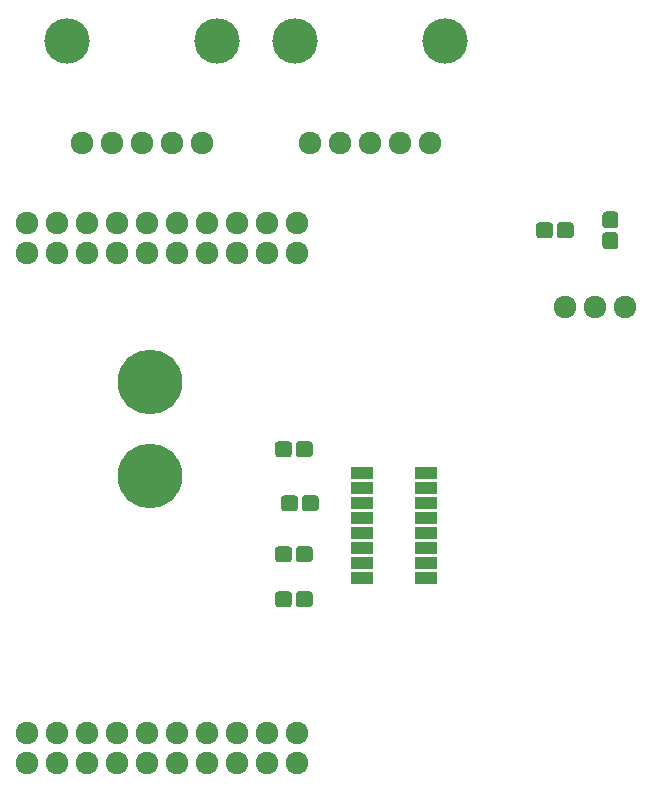
<source format=gbr>
G04 #@! TF.GenerationSoftware,KiCad,Pcbnew,(5.0.0)*
G04 #@! TF.CreationDate,2018-10-03T21:45:57-05:00*
G04 #@! TF.ProjectId,DriveBoard_Hardware,4472697665426F6172645F4861726477,rev?*
G04 #@! TF.SameCoordinates,Original*
G04 #@! TF.FileFunction,Soldermask,Top*
G04 #@! TF.FilePolarity,Negative*
%FSLAX46Y46*%
G04 Gerber Fmt 4.6, Leading zero omitted, Abs format (unit mm)*
G04 Created by KiCad (PCBNEW (5.0.0)) date 10/03/18 21:45:57*
%MOMM*%
%LPD*%
G01*
G04 APERTURE LIST*
%ADD10C,0.100000*%
%ADD11C,1.350000*%
%ADD12C,5.480000*%
%ADD13C,1.924000*%
%ADD14C,3.850000*%
%ADD15C,1.920000*%
%ADD16R,1.900000X1.000000*%
G04 APERTURE END LIST*
D10*
G04 #@! TO.C,C1*
G36*
X96065581Y-90766625D02*
X96098343Y-90771485D01*
X96130471Y-90779533D01*
X96161656Y-90790691D01*
X96191596Y-90804852D01*
X96220005Y-90821879D01*
X96246608Y-90841609D01*
X96271149Y-90863851D01*
X96293391Y-90888392D01*
X96313121Y-90914995D01*
X96330148Y-90943404D01*
X96344309Y-90973344D01*
X96355467Y-91004529D01*
X96363515Y-91036657D01*
X96368375Y-91069419D01*
X96370000Y-91102500D01*
X96370000Y-91777500D01*
X96368375Y-91810581D01*
X96363515Y-91843343D01*
X96355467Y-91875471D01*
X96344309Y-91906656D01*
X96330148Y-91936596D01*
X96313121Y-91965005D01*
X96293391Y-91991608D01*
X96271149Y-92016149D01*
X96246608Y-92038391D01*
X96220005Y-92058121D01*
X96191596Y-92075148D01*
X96161656Y-92089309D01*
X96130471Y-92100467D01*
X96098343Y-92108515D01*
X96065581Y-92113375D01*
X96032500Y-92115000D01*
X95257500Y-92115000D01*
X95224419Y-92113375D01*
X95191657Y-92108515D01*
X95159529Y-92100467D01*
X95128344Y-92089309D01*
X95098404Y-92075148D01*
X95069995Y-92058121D01*
X95043392Y-92038391D01*
X95018851Y-92016149D01*
X94996609Y-91991608D01*
X94976879Y-91965005D01*
X94959852Y-91936596D01*
X94945691Y-91906656D01*
X94934533Y-91875471D01*
X94926485Y-91843343D01*
X94921625Y-91810581D01*
X94920000Y-91777500D01*
X94920000Y-91102500D01*
X94921625Y-91069419D01*
X94926485Y-91036657D01*
X94934533Y-91004529D01*
X94945691Y-90973344D01*
X94959852Y-90943404D01*
X94976879Y-90914995D01*
X94996609Y-90888392D01*
X95018851Y-90863851D01*
X95043392Y-90841609D01*
X95069995Y-90821879D01*
X95098404Y-90804852D01*
X95128344Y-90790691D01*
X95159529Y-90779533D01*
X95191657Y-90771485D01*
X95224419Y-90766625D01*
X95257500Y-90765000D01*
X96032500Y-90765000D01*
X96065581Y-90766625D01*
X96065581Y-90766625D01*
G37*
D11*
X95645000Y-91440000D03*
D10*
G36*
X97815581Y-90766625D02*
X97848343Y-90771485D01*
X97880471Y-90779533D01*
X97911656Y-90790691D01*
X97941596Y-90804852D01*
X97970005Y-90821879D01*
X97996608Y-90841609D01*
X98021149Y-90863851D01*
X98043391Y-90888392D01*
X98063121Y-90914995D01*
X98080148Y-90943404D01*
X98094309Y-90973344D01*
X98105467Y-91004529D01*
X98113515Y-91036657D01*
X98118375Y-91069419D01*
X98120000Y-91102500D01*
X98120000Y-91777500D01*
X98118375Y-91810581D01*
X98113515Y-91843343D01*
X98105467Y-91875471D01*
X98094309Y-91906656D01*
X98080148Y-91936596D01*
X98063121Y-91965005D01*
X98043391Y-91991608D01*
X98021149Y-92016149D01*
X97996608Y-92038391D01*
X97970005Y-92058121D01*
X97941596Y-92075148D01*
X97911656Y-92089309D01*
X97880471Y-92100467D01*
X97848343Y-92108515D01*
X97815581Y-92113375D01*
X97782500Y-92115000D01*
X97007500Y-92115000D01*
X96974419Y-92113375D01*
X96941657Y-92108515D01*
X96909529Y-92100467D01*
X96878344Y-92089309D01*
X96848404Y-92075148D01*
X96819995Y-92058121D01*
X96793392Y-92038391D01*
X96768851Y-92016149D01*
X96746609Y-91991608D01*
X96726879Y-91965005D01*
X96709852Y-91936596D01*
X96695691Y-91906656D01*
X96684533Y-91875471D01*
X96676485Y-91843343D01*
X96671625Y-91810581D01*
X96670000Y-91777500D01*
X96670000Y-91102500D01*
X96671625Y-91069419D01*
X96676485Y-91036657D01*
X96684533Y-91004529D01*
X96695691Y-90973344D01*
X96709852Y-90943404D01*
X96726879Y-90914995D01*
X96746609Y-90888392D01*
X96768851Y-90863851D01*
X96793392Y-90841609D01*
X96819995Y-90821879D01*
X96848404Y-90804852D01*
X96878344Y-90790691D01*
X96909529Y-90779533D01*
X96941657Y-90771485D01*
X96974419Y-90766625D01*
X97007500Y-90765000D01*
X97782500Y-90765000D01*
X97815581Y-90766625D01*
X97815581Y-90766625D01*
G37*
D11*
X97395000Y-91440000D03*
G04 #@! TD*
D10*
G04 #@! TO.C,C2*
G36*
X97815581Y-103466625D02*
X97848343Y-103471485D01*
X97880471Y-103479533D01*
X97911656Y-103490691D01*
X97941596Y-103504852D01*
X97970005Y-103521879D01*
X97996608Y-103541609D01*
X98021149Y-103563851D01*
X98043391Y-103588392D01*
X98063121Y-103614995D01*
X98080148Y-103643404D01*
X98094309Y-103673344D01*
X98105467Y-103704529D01*
X98113515Y-103736657D01*
X98118375Y-103769419D01*
X98120000Y-103802500D01*
X98120000Y-104477500D01*
X98118375Y-104510581D01*
X98113515Y-104543343D01*
X98105467Y-104575471D01*
X98094309Y-104606656D01*
X98080148Y-104636596D01*
X98063121Y-104665005D01*
X98043391Y-104691608D01*
X98021149Y-104716149D01*
X97996608Y-104738391D01*
X97970005Y-104758121D01*
X97941596Y-104775148D01*
X97911656Y-104789309D01*
X97880471Y-104800467D01*
X97848343Y-104808515D01*
X97815581Y-104813375D01*
X97782500Y-104815000D01*
X97007500Y-104815000D01*
X96974419Y-104813375D01*
X96941657Y-104808515D01*
X96909529Y-104800467D01*
X96878344Y-104789309D01*
X96848404Y-104775148D01*
X96819995Y-104758121D01*
X96793392Y-104738391D01*
X96768851Y-104716149D01*
X96746609Y-104691608D01*
X96726879Y-104665005D01*
X96709852Y-104636596D01*
X96695691Y-104606656D01*
X96684533Y-104575471D01*
X96676485Y-104543343D01*
X96671625Y-104510581D01*
X96670000Y-104477500D01*
X96670000Y-103802500D01*
X96671625Y-103769419D01*
X96676485Y-103736657D01*
X96684533Y-103704529D01*
X96695691Y-103673344D01*
X96709852Y-103643404D01*
X96726879Y-103614995D01*
X96746609Y-103588392D01*
X96768851Y-103563851D01*
X96793392Y-103541609D01*
X96819995Y-103521879D01*
X96848404Y-103504852D01*
X96878344Y-103490691D01*
X96909529Y-103479533D01*
X96941657Y-103471485D01*
X96974419Y-103466625D01*
X97007500Y-103465000D01*
X97782500Y-103465000D01*
X97815581Y-103466625D01*
X97815581Y-103466625D01*
G37*
D11*
X97395000Y-104140000D03*
D10*
G36*
X96065581Y-103466625D02*
X96098343Y-103471485D01*
X96130471Y-103479533D01*
X96161656Y-103490691D01*
X96191596Y-103504852D01*
X96220005Y-103521879D01*
X96246608Y-103541609D01*
X96271149Y-103563851D01*
X96293391Y-103588392D01*
X96313121Y-103614995D01*
X96330148Y-103643404D01*
X96344309Y-103673344D01*
X96355467Y-103704529D01*
X96363515Y-103736657D01*
X96368375Y-103769419D01*
X96370000Y-103802500D01*
X96370000Y-104477500D01*
X96368375Y-104510581D01*
X96363515Y-104543343D01*
X96355467Y-104575471D01*
X96344309Y-104606656D01*
X96330148Y-104636596D01*
X96313121Y-104665005D01*
X96293391Y-104691608D01*
X96271149Y-104716149D01*
X96246608Y-104738391D01*
X96220005Y-104758121D01*
X96191596Y-104775148D01*
X96161656Y-104789309D01*
X96130471Y-104800467D01*
X96098343Y-104808515D01*
X96065581Y-104813375D01*
X96032500Y-104815000D01*
X95257500Y-104815000D01*
X95224419Y-104813375D01*
X95191657Y-104808515D01*
X95159529Y-104800467D01*
X95128344Y-104789309D01*
X95098404Y-104775148D01*
X95069995Y-104758121D01*
X95043392Y-104738391D01*
X95018851Y-104716149D01*
X94996609Y-104691608D01*
X94976879Y-104665005D01*
X94959852Y-104636596D01*
X94945691Y-104606656D01*
X94934533Y-104575471D01*
X94926485Y-104543343D01*
X94921625Y-104510581D01*
X94920000Y-104477500D01*
X94920000Y-103802500D01*
X94921625Y-103769419D01*
X94926485Y-103736657D01*
X94934533Y-103704529D01*
X94945691Y-103673344D01*
X94959852Y-103643404D01*
X94976879Y-103614995D01*
X94996609Y-103588392D01*
X95018851Y-103563851D01*
X95043392Y-103541609D01*
X95069995Y-103521879D01*
X95098404Y-103504852D01*
X95128344Y-103490691D01*
X95159529Y-103479533D01*
X95191657Y-103471485D01*
X95224419Y-103466625D01*
X95257500Y-103465000D01*
X96032500Y-103465000D01*
X96065581Y-103466625D01*
X96065581Y-103466625D01*
G37*
D11*
X95645000Y-104140000D03*
G04 #@! TD*
D10*
G04 #@! TO.C,C3*
G36*
X118163581Y-72224625D02*
X118196343Y-72229485D01*
X118228471Y-72237533D01*
X118259656Y-72248691D01*
X118289596Y-72262852D01*
X118318005Y-72279879D01*
X118344608Y-72299609D01*
X118369149Y-72321851D01*
X118391391Y-72346392D01*
X118411121Y-72372995D01*
X118428148Y-72401404D01*
X118442309Y-72431344D01*
X118453467Y-72462529D01*
X118461515Y-72494657D01*
X118466375Y-72527419D01*
X118468000Y-72560500D01*
X118468000Y-73235500D01*
X118466375Y-73268581D01*
X118461515Y-73301343D01*
X118453467Y-73333471D01*
X118442309Y-73364656D01*
X118428148Y-73394596D01*
X118411121Y-73423005D01*
X118391391Y-73449608D01*
X118369149Y-73474149D01*
X118344608Y-73496391D01*
X118318005Y-73516121D01*
X118289596Y-73533148D01*
X118259656Y-73547309D01*
X118228471Y-73558467D01*
X118196343Y-73566515D01*
X118163581Y-73571375D01*
X118130500Y-73573000D01*
X117355500Y-73573000D01*
X117322419Y-73571375D01*
X117289657Y-73566515D01*
X117257529Y-73558467D01*
X117226344Y-73547309D01*
X117196404Y-73533148D01*
X117167995Y-73516121D01*
X117141392Y-73496391D01*
X117116851Y-73474149D01*
X117094609Y-73449608D01*
X117074879Y-73423005D01*
X117057852Y-73394596D01*
X117043691Y-73364656D01*
X117032533Y-73333471D01*
X117024485Y-73301343D01*
X117019625Y-73268581D01*
X117018000Y-73235500D01*
X117018000Y-72560500D01*
X117019625Y-72527419D01*
X117024485Y-72494657D01*
X117032533Y-72462529D01*
X117043691Y-72431344D01*
X117057852Y-72401404D01*
X117074879Y-72372995D01*
X117094609Y-72346392D01*
X117116851Y-72321851D01*
X117141392Y-72299609D01*
X117167995Y-72279879D01*
X117196404Y-72262852D01*
X117226344Y-72248691D01*
X117257529Y-72237533D01*
X117289657Y-72229485D01*
X117322419Y-72224625D01*
X117355500Y-72223000D01*
X118130500Y-72223000D01*
X118163581Y-72224625D01*
X118163581Y-72224625D01*
G37*
D11*
X117743000Y-72898000D03*
D10*
G36*
X119913581Y-72224625D02*
X119946343Y-72229485D01*
X119978471Y-72237533D01*
X120009656Y-72248691D01*
X120039596Y-72262852D01*
X120068005Y-72279879D01*
X120094608Y-72299609D01*
X120119149Y-72321851D01*
X120141391Y-72346392D01*
X120161121Y-72372995D01*
X120178148Y-72401404D01*
X120192309Y-72431344D01*
X120203467Y-72462529D01*
X120211515Y-72494657D01*
X120216375Y-72527419D01*
X120218000Y-72560500D01*
X120218000Y-73235500D01*
X120216375Y-73268581D01*
X120211515Y-73301343D01*
X120203467Y-73333471D01*
X120192309Y-73364656D01*
X120178148Y-73394596D01*
X120161121Y-73423005D01*
X120141391Y-73449608D01*
X120119149Y-73474149D01*
X120094608Y-73496391D01*
X120068005Y-73516121D01*
X120039596Y-73533148D01*
X120009656Y-73547309D01*
X119978471Y-73558467D01*
X119946343Y-73566515D01*
X119913581Y-73571375D01*
X119880500Y-73573000D01*
X119105500Y-73573000D01*
X119072419Y-73571375D01*
X119039657Y-73566515D01*
X119007529Y-73558467D01*
X118976344Y-73547309D01*
X118946404Y-73533148D01*
X118917995Y-73516121D01*
X118891392Y-73496391D01*
X118866851Y-73474149D01*
X118844609Y-73449608D01*
X118824879Y-73423005D01*
X118807852Y-73394596D01*
X118793691Y-73364656D01*
X118782533Y-73333471D01*
X118774485Y-73301343D01*
X118769625Y-73268581D01*
X118768000Y-73235500D01*
X118768000Y-72560500D01*
X118769625Y-72527419D01*
X118774485Y-72494657D01*
X118782533Y-72462529D01*
X118793691Y-72431344D01*
X118807852Y-72401404D01*
X118824879Y-72372995D01*
X118844609Y-72346392D01*
X118866851Y-72321851D01*
X118891392Y-72299609D01*
X118917995Y-72279879D01*
X118946404Y-72262852D01*
X118976344Y-72248691D01*
X119007529Y-72237533D01*
X119039657Y-72229485D01*
X119072419Y-72224625D01*
X119105500Y-72223000D01*
X119880500Y-72223000D01*
X119913581Y-72224625D01*
X119913581Y-72224625D01*
G37*
D11*
X119493000Y-72898000D03*
G04 #@! TD*
D10*
G04 #@! TO.C,C4*
G36*
X96573581Y-95338625D02*
X96606343Y-95343485D01*
X96638471Y-95351533D01*
X96669656Y-95362691D01*
X96699596Y-95376852D01*
X96728005Y-95393879D01*
X96754608Y-95413609D01*
X96779149Y-95435851D01*
X96801391Y-95460392D01*
X96821121Y-95486995D01*
X96838148Y-95515404D01*
X96852309Y-95545344D01*
X96863467Y-95576529D01*
X96871515Y-95608657D01*
X96876375Y-95641419D01*
X96878000Y-95674500D01*
X96878000Y-96349500D01*
X96876375Y-96382581D01*
X96871515Y-96415343D01*
X96863467Y-96447471D01*
X96852309Y-96478656D01*
X96838148Y-96508596D01*
X96821121Y-96537005D01*
X96801391Y-96563608D01*
X96779149Y-96588149D01*
X96754608Y-96610391D01*
X96728005Y-96630121D01*
X96699596Y-96647148D01*
X96669656Y-96661309D01*
X96638471Y-96672467D01*
X96606343Y-96680515D01*
X96573581Y-96685375D01*
X96540500Y-96687000D01*
X95765500Y-96687000D01*
X95732419Y-96685375D01*
X95699657Y-96680515D01*
X95667529Y-96672467D01*
X95636344Y-96661309D01*
X95606404Y-96647148D01*
X95577995Y-96630121D01*
X95551392Y-96610391D01*
X95526851Y-96588149D01*
X95504609Y-96563608D01*
X95484879Y-96537005D01*
X95467852Y-96508596D01*
X95453691Y-96478656D01*
X95442533Y-96447471D01*
X95434485Y-96415343D01*
X95429625Y-96382581D01*
X95428000Y-96349500D01*
X95428000Y-95674500D01*
X95429625Y-95641419D01*
X95434485Y-95608657D01*
X95442533Y-95576529D01*
X95453691Y-95545344D01*
X95467852Y-95515404D01*
X95484879Y-95486995D01*
X95504609Y-95460392D01*
X95526851Y-95435851D01*
X95551392Y-95413609D01*
X95577995Y-95393879D01*
X95606404Y-95376852D01*
X95636344Y-95362691D01*
X95667529Y-95351533D01*
X95699657Y-95343485D01*
X95732419Y-95338625D01*
X95765500Y-95337000D01*
X96540500Y-95337000D01*
X96573581Y-95338625D01*
X96573581Y-95338625D01*
G37*
D11*
X96153000Y-96012000D03*
D10*
G36*
X98323581Y-95338625D02*
X98356343Y-95343485D01*
X98388471Y-95351533D01*
X98419656Y-95362691D01*
X98449596Y-95376852D01*
X98478005Y-95393879D01*
X98504608Y-95413609D01*
X98529149Y-95435851D01*
X98551391Y-95460392D01*
X98571121Y-95486995D01*
X98588148Y-95515404D01*
X98602309Y-95545344D01*
X98613467Y-95576529D01*
X98621515Y-95608657D01*
X98626375Y-95641419D01*
X98628000Y-95674500D01*
X98628000Y-96349500D01*
X98626375Y-96382581D01*
X98621515Y-96415343D01*
X98613467Y-96447471D01*
X98602309Y-96478656D01*
X98588148Y-96508596D01*
X98571121Y-96537005D01*
X98551391Y-96563608D01*
X98529149Y-96588149D01*
X98504608Y-96610391D01*
X98478005Y-96630121D01*
X98449596Y-96647148D01*
X98419656Y-96661309D01*
X98388471Y-96672467D01*
X98356343Y-96680515D01*
X98323581Y-96685375D01*
X98290500Y-96687000D01*
X97515500Y-96687000D01*
X97482419Y-96685375D01*
X97449657Y-96680515D01*
X97417529Y-96672467D01*
X97386344Y-96661309D01*
X97356404Y-96647148D01*
X97327995Y-96630121D01*
X97301392Y-96610391D01*
X97276851Y-96588149D01*
X97254609Y-96563608D01*
X97234879Y-96537005D01*
X97217852Y-96508596D01*
X97203691Y-96478656D01*
X97192533Y-96447471D01*
X97184485Y-96415343D01*
X97179625Y-96382581D01*
X97178000Y-96349500D01*
X97178000Y-95674500D01*
X97179625Y-95641419D01*
X97184485Y-95608657D01*
X97192533Y-95576529D01*
X97203691Y-95545344D01*
X97217852Y-95515404D01*
X97234879Y-95486995D01*
X97254609Y-95460392D01*
X97276851Y-95435851D01*
X97301392Y-95413609D01*
X97327995Y-95393879D01*
X97356404Y-95376852D01*
X97386344Y-95362691D01*
X97417529Y-95351533D01*
X97449657Y-95343485D01*
X97482419Y-95338625D01*
X97515500Y-95337000D01*
X98290500Y-95337000D01*
X98323581Y-95338625D01*
X98323581Y-95338625D01*
G37*
D11*
X97903000Y-96012000D03*
G04 #@! TD*
D10*
G04 #@! TO.C,C5*
G36*
X97815581Y-99656625D02*
X97848343Y-99661485D01*
X97880471Y-99669533D01*
X97911656Y-99680691D01*
X97941596Y-99694852D01*
X97970005Y-99711879D01*
X97996608Y-99731609D01*
X98021149Y-99753851D01*
X98043391Y-99778392D01*
X98063121Y-99804995D01*
X98080148Y-99833404D01*
X98094309Y-99863344D01*
X98105467Y-99894529D01*
X98113515Y-99926657D01*
X98118375Y-99959419D01*
X98120000Y-99992500D01*
X98120000Y-100667500D01*
X98118375Y-100700581D01*
X98113515Y-100733343D01*
X98105467Y-100765471D01*
X98094309Y-100796656D01*
X98080148Y-100826596D01*
X98063121Y-100855005D01*
X98043391Y-100881608D01*
X98021149Y-100906149D01*
X97996608Y-100928391D01*
X97970005Y-100948121D01*
X97941596Y-100965148D01*
X97911656Y-100979309D01*
X97880471Y-100990467D01*
X97848343Y-100998515D01*
X97815581Y-101003375D01*
X97782500Y-101005000D01*
X97007500Y-101005000D01*
X96974419Y-101003375D01*
X96941657Y-100998515D01*
X96909529Y-100990467D01*
X96878344Y-100979309D01*
X96848404Y-100965148D01*
X96819995Y-100948121D01*
X96793392Y-100928391D01*
X96768851Y-100906149D01*
X96746609Y-100881608D01*
X96726879Y-100855005D01*
X96709852Y-100826596D01*
X96695691Y-100796656D01*
X96684533Y-100765471D01*
X96676485Y-100733343D01*
X96671625Y-100700581D01*
X96670000Y-100667500D01*
X96670000Y-99992500D01*
X96671625Y-99959419D01*
X96676485Y-99926657D01*
X96684533Y-99894529D01*
X96695691Y-99863344D01*
X96709852Y-99833404D01*
X96726879Y-99804995D01*
X96746609Y-99778392D01*
X96768851Y-99753851D01*
X96793392Y-99731609D01*
X96819995Y-99711879D01*
X96848404Y-99694852D01*
X96878344Y-99680691D01*
X96909529Y-99669533D01*
X96941657Y-99661485D01*
X96974419Y-99656625D01*
X97007500Y-99655000D01*
X97782500Y-99655000D01*
X97815581Y-99656625D01*
X97815581Y-99656625D01*
G37*
D11*
X97395000Y-100330000D03*
D10*
G36*
X96065581Y-99656625D02*
X96098343Y-99661485D01*
X96130471Y-99669533D01*
X96161656Y-99680691D01*
X96191596Y-99694852D01*
X96220005Y-99711879D01*
X96246608Y-99731609D01*
X96271149Y-99753851D01*
X96293391Y-99778392D01*
X96313121Y-99804995D01*
X96330148Y-99833404D01*
X96344309Y-99863344D01*
X96355467Y-99894529D01*
X96363515Y-99926657D01*
X96368375Y-99959419D01*
X96370000Y-99992500D01*
X96370000Y-100667500D01*
X96368375Y-100700581D01*
X96363515Y-100733343D01*
X96355467Y-100765471D01*
X96344309Y-100796656D01*
X96330148Y-100826596D01*
X96313121Y-100855005D01*
X96293391Y-100881608D01*
X96271149Y-100906149D01*
X96246608Y-100928391D01*
X96220005Y-100948121D01*
X96191596Y-100965148D01*
X96161656Y-100979309D01*
X96130471Y-100990467D01*
X96098343Y-100998515D01*
X96065581Y-101003375D01*
X96032500Y-101005000D01*
X95257500Y-101005000D01*
X95224419Y-101003375D01*
X95191657Y-100998515D01*
X95159529Y-100990467D01*
X95128344Y-100979309D01*
X95098404Y-100965148D01*
X95069995Y-100948121D01*
X95043392Y-100928391D01*
X95018851Y-100906149D01*
X94996609Y-100881608D01*
X94976879Y-100855005D01*
X94959852Y-100826596D01*
X94945691Y-100796656D01*
X94934533Y-100765471D01*
X94926485Y-100733343D01*
X94921625Y-100700581D01*
X94920000Y-100667500D01*
X94920000Y-99992500D01*
X94921625Y-99959419D01*
X94926485Y-99926657D01*
X94934533Y-99894529D01*
X94945691Y-99863344D01*
X94959852Y-99833404D01*
X94976879Y-99804995D01*
X94996609Y-99778392D01*
X95018851Y-99753851D01*
X95043392Y-99731609D01*
X95069995Y-99711879D01*
X95098404Y-99694852D01*
X95128344Y-99680691D01*
X95159529Y-99669533D01*
X95191657Y-99661485D01*
X95224419Y-99656625D01*
X95257500Y-99655000D01*
X96032500Y-99655000D01*
X96065581Y-99656625D01*
X96065581Y-99656625D01*
G37*
D11*
X95645000Y-100330000D03*
G04 #@! TD*
D10*
G04 #@! TO.C,C6*
G36*
X123687581Y-71299625D02*
X123720343Y-71304485D01*
X123752471Y-71312533D01*
X123783656Y-71323691D01*
X123813596Y-71337852D01*
X123842005Y-71354879D01*
X123868608Y-71374609D01*
X123893149Y-71396851D01*
X123915391Y-71421392D01*
X123935121Y-71447995D01*
X123952148Y-71476404D01*
X123966309Y-71506344D01*
X123977467Y-71537529D01*
X123985515Y-71569657D01*
X123990375Y-71602419D01*
X123992000Y-71635500D01*
X123992000Y-72410500D01*
X123990375Y-72443581D01*
X123985515Y-72476343D01*
X123977467Y-72508471D01*
X123966309Y-72539656D01*
X123952148Y-72569596D01*
X123935121Y-72598005D01*
X123915391Y-72624608D01*
X123893149Y-72649149D01*
X123868608Y-72671391D01*
X123842005Y-72691121D01*
X123813596Y-72708148D01*
X123783656Y-72722309D01*
X123752471Y-72733467D01*
X123720343Y-72741515D01*
X123687581Y-72746375D01*
X123654500Y-72748000D01*
X122979500Y-72748000D01*
X122946419Y-72746375D01*
X122913657Y-72741515D01*
X122881529Y-72733467D01*
X122850344Y-72722309D01*
X122820404Y-72708148D01*
X122791995Y-72691121D01*
X122765392Y-72671391D01*
X122740851Y-72649149D01*
X122718609Y-72624608D01*
X122698879Y-72598005D01*
X122681852Y-72569596D01*
X122667691Y-72539656D01*
X122656533Y-72508471D01*
X122648485Y-72476343D01*
X122643625Y-72443581D01*
X122642000Y-72410500D01*
X122642000Y-71635500D01*
X122643625Y-71602419D01*
X122648485Y-71569657D01*
X122656533Y-71537529D01*
X122667691Y-71506344D01*
X122681852Y-71476404D01*
X122698879Y-71447995D01*
X122718609Y-71421392D01*
X122740851Y-71396851D01*
X122765392Y-71374609D01*
X122791995Y-71354879D01*
X122820404Y-71337852D01*
X122850344Y-71323691D01*
X122881529Y-71312533D01*
X122913657Y-71304485D01*
X122946419Y-71299625D01*
X122979500Y-71298000D01*
X123654500Y-71298000D01*
X123687581Y-71299625D01*
X123687581Y-71299625D01*
G37*
D11*
X123317000Y-72023000D03*
D10*
G36*
X123687581Y-73049625D02*
X123720343Y-73054485D01*
X123752471Y-73062533D01*
X123783656Y-73073691D01*
X123813596Y-73087852D01*
X123842005Y-73104879D01*
X123868608Y-73124609D01*
X123893149Y-73146851D01*
X123915391Y-73171392D01*
X123935121Y-73197995D01*
X123952148Y-73226404D01*
X123966309Y-73256344D01*
X123977467Y-73287529D01*
X123985515Y-73319657D01*
X123990375Y-73352419D01*
X123992000Y-73385500D01*
X123992000Y-74160500D01*
X123990375Y-74193581D01*
X123985515Y-74226343D01*
X123977467Y-74258471D01*
X123966309Y-74289656D01*
X123952148Y-74319596D01*
X123935121Y-74348005D01*
X123915391Y-74374608D01*
X123893149Y-74399149D01*
X123868608Y-74421391D01*
X123842005Y-74441121D01*
X123813596Y-74458148D01*
X123783656Y-74472309D01*
X123752471Y-74483467D01*
X123720343Y-74491515D01*
X123687581Y-74496375D01*
X123654500Y-74498000D01*
X122979500Y-74498000D01*
X122946419Y-74496375D01*
X122913657Y-74491515D01*
X122881529Y-74483467D01*
X122850344Y-74472309D01*
X122820404Y-74458148D01*
X122791995Y-74441121D01*
X122765392Y-74421391D01*
X122740851Y-74399149D01*
X122718609Y-74374608D01*
X122698879Y-74348005D01*
X122681852Y-74319596D01*
X122667691Y-74289656D01*
X122656533Y-74258471D01*
X122648485Y-74226343D01*
X122643625Y-74193581D01*
X122642000Y-74160500D01*
X122642000Y-73385500D01*
X122643625Y-73352419D01*
X122648485Y-73319657D01*
X122656533Y-73287529D01*
X122667691Y-73256344D01*
X122681852Y-73226404D01*
X122698879Y-73197995D01*
X122718609Y-73171392D01*
X122740851Y-73146851D01*
X122765392Y-73124609D01*
X122791995Y-73104879D01*
X122820404Y-73087852D01*
X122850344Y-73073691D01*
X122881529Y-73062533D01*
X122913657Y-73054485D01*
X122946419Y-73049625D01*
X122979500Y-73048000D01*
X123654500Y-73048000D01*
X123687581Y-73049625D01*
X123687581Y-73049625D01*
G37*
D11*
X123317000Y-73773000D03*
G04 #@! TD*
D12*
G04 #@! TO.C,Conn1*
X84353400Y-93727000D03*
X84353400Y-85726000D03*
G04 #@! TD*
D13*
G04 #@! TO.C,Conn2*
X78613000Y-65532000D03*
X81153000Y-65532000D03*
X83693000Y-65532000D03*
X86233000Y-65532000D03*
X88773000Y-65532000D03*
D14*
X77343000Y-56896000D03*
X90043000Y-56896000D03*
G04 #@! TD*
G04 #@! TO.C,Conn3*
X109347000Y-56896000D03*
X96647000Y-56896000D03*
D13*
X108077000Y-65532000D03*
X105537000Y-65532000D03*
X102997000Y-65532000D03*
X100457000Y-65532000D03*
X97917000Y-65532000D03*
G04 #@! TD*
D15*
G04 #@! TO.C,U1*
X73914000Y-117983000D03*
X96774000Y-72263000D03*
X94234000Y-72263000D03*
X86614000Y-72263000D03*
X84074000Y-115443000D03*
X89154000Y-72263000D03*
X91694000Y-72263000D03*
X89154000Y-117983000D03*
X94234000Y-115443000D03*
X84074000Y-72263000D03*
X81534000Y-72263000D03*
X94234000Y-117983000D03*
X89154000Y-115443000D03*
X86614000Y-115443000D03*
X73914000Y-115443000D03*
X76454000Y-115443000D03*
X78994000Y-115443000D03*
X81534000Y-115443000D03*
X91694000Y-115443000D03*
X96774000Y-115443000D03*
X76454000Y-117983000D03*
X78994000Y-117983000D03*
X81534000Y-117983000D03*
X84074000Y-117983000D03*
X86614000Y-117983000D03*
X91694000Y-117983000D03*
X96774000Y-117983000D03*
X73914000Y-74803000D03*
X76454000Y-74803000D03*
X78994000Y-74803000D03*
X81534000Y-74803000D03*
X84074000Y-74803000D03*
X86614000Y-74803000D03*
X89154000Y-74803000D03*
X91694000Y-74803000D03*
X94234000Y-74803000D03*
X96774000Y-74803000D03*
X73914000Y-72263000D03*
X76454000Y-72263000D03*
X78994000Y-72263000D03*
G04 #@! TD*
D16*
G04 #@! TO.C,U2*
X102329000Y-93472000D03*
X102329000Y-94742000D03*
X102329000Y-96012000D03*
X102329000Y-97282000D03*
X102329000Y-98552000D03*
X102329000Y-99822000D03*
X102329000Y-101092000D03*
X102329000Y-102362000D03*
X107729000Y-102362000D03*
X107729000Y-101092000D03*
X107729000Y-99822000D03*
X107729000Y-98552000D03*
X107729000Y-97282000D03*
X107729000Y-96012000D03*
X107729000Y-94742000D03*
X107729000Y-93472000D03*
G04 #@! TD*
D13*
G04 #@! TO.C,U3*
X119507000Y-79375000D03*
X122047000Y-79375000D03*
X124587000Y-79375000D03*
G04 #@! TD*
M02*

</source>
